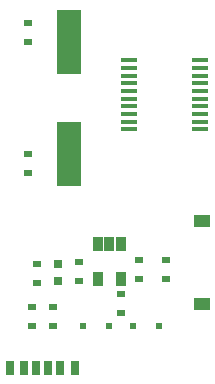
<source format=gtp>
G04*
G04 #@! TF.GenerationSoftware,Altium Limited,Altium Designer,23.1.1 (15)*
G04*
G04 Layer_Color=8421504*
%FSLAX44Y44*%
%MOMM*%
G71*
G04*
G04 #@! TF.SameCoordinates,3E9F2625-A0FB-4649-AC3E-977DFEA3D768*
G04*
G04*
G04 #@! TF.FilePolarity,Positive*
G04*
G01*
G75*
%ADD17R,0.8000X0.6000*%
%ADD18R,0.6858X1.2000*%
%ADD19R,0.8000X1.2000*%
%ADD20R,2.0000X5.5000*%
%ADD21R,1.3500X0.4500*%
%ADD22R,0.8500X1.2500*%
%ADD23R,0.5000X0.5000*%
%ADD24R,0.8000X0.8000*%
%ADD25R,1.4000X1.0000*%
D17*
X173990Y-353590D02*
D03*
Y-337590D02*
D03*
X151130D02*
D03*
Y-353590D02*
D03*
X57150Y-153160D02*
D03*
Y-137160D02*
D03*
Y-248160D02*
D03*
Y-264160D02*
D03*
X135890Y-382650D02*
D03*
Y-366650D02*
D03*
X78100Y-393600D02*
D03*
Y-377600D02*
D03*
X60480Y-393600D02*
D03*
Y-377600D02*
D03*
X100330Y-355980D02*
D03*
Y-339980D02*
D03*
X64770Y-340980D02*
D03*
Y-356980D02*
D03*
D18*
X54090Y-429160D02*
D03*
X84490D02*
D03*
X64290D02*
D03*
X74290D02*
D03*
D19*
X41790D02*
D03*
X96790D02*
D03*
D20*
X91440Y-248160D02*
D03*
Y-153160D02*
D03*
D21*
X202470Y-227370D02*
D03*
Y-220870D02*
D03*
Y-214370D02*
D03*
Y-207870D02*
D03*
Y-201370D02*
D03*
Y-194870D02*
D03*
Y-188370D02*
D03*
Y-181870D02*
D03*
Y-175370D02*
D03*
Y-168870D02*
D03*
X142970Y-227370D02*
D03*
Y-220870D02*
D03*
Y-214370D02*
D03*
Y-207870D02*
D03*
Y-201370D02*
D03*
Y-194870D02*
D03*
Y-188370D02*
D03*
Y-181870D02*
D03*
Y-175370D02*
D03*
Y-168870D02*
D03*
D22*
X135624Y-324590D02*
D03*
X126124D02*
D03*
X116624D02*
D03*
Y-353590D02*
D03*
X135624D02*
D03*
D23*
X168200Y-394084D02*
D03*
X146200D02*
D03*
X125880D02*
D03*
X103880D02*
D03*
D24*
X82812Y-340980D02*
D03*
Y-355980D02*
D03*
D25*
X204470Y-374852D02*
D03*
Y-304852D02*
D03*
M02*

</source>
